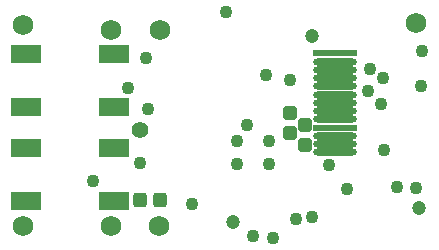
<source format=gts>
G04 Layer_Color=8388736*
%FSLAX44Y44*%
%MOMM*%
G71*
G01*
G75*
G04:AMPARAMS|DCode=35|XSize=1.2032mm|YSize=1.1032mm|CornerRadius=0.2141mm|HoleSize=0mm|Usage=FLASHONLY|Rotation=0.000|XOffset=0mm|YOffset=0mm|HoleType=Round|Shape=RoundedRectangle|*
%AMROUNDEDRECTD35*
21,1,1.2032,0.6750,0,0,0.0*
21,1,0.7750,1.1032,0,0,0.0*
1,1,0.4282,0.3875,-0.3375*
1,1,0.4282,-0.3875,-0.3375*
1,1,0.4282,-0.3875,0.3375*
1,1,0.4282,0.3875,0.3375*
%
%ADD35ROUNDEDRECTD35*%
%ADD36R,2.6032X1.5032*%
G04:AMPARAMS|DCode=37|XSize=1.2032mm|YSize=1.1032mm|CornerRadius=0.2141mm|HoleSize=0mm|Usage=FLASHONLY|Rotation=90.000|XOffset=0mm|YOffset=0mm|HoleType=Round|Shape=RoundedRectangle|*
%AMROUNDEDRECTD37*
21,1,1.2032,0.6750,0,0,90.0*
21,1,0.7750,1.1032,0,0,90.0*
1,1,0.4282,0.3375,0.3875*
1,1,0.4282,0.3375,-0.3875*
1,1,0.4282,-0.3375,-0.3875*
1,1,0.4282,-0.3375,0.3875*
%
%ADD37ROUNDEDRECTD37*%
%ADD38R,3.7032X0.6032*%
%ADD39O,3.7032X0.6032*%
%ADD40C,1.7272*%
%ADD41C,1.2032*%
%ADD42C,1.4032*%
%ADD43C,1.1032*%
D35*
X264000Y110000D02*
D03*
Y93000D02*
D03*
X251000Y120500D02*
D03*
Y103500D02*
D03*
D36*
X102500Y125500D02*
D03*
Y170500D02*
D03*
X27500D02*
D03*
Y125500D02*
D03*
Y90500D02*
D03*
Y45500D02*
D03*
X102500D02*
D03*
Y90500D02*
D03*
D37*
X141500Y47000D02*
D03*
X124500D02*
D03*
D38*
X289000Y171000D02*
D03*
Y108000D02*
D03*
D39*
Y164000D02*
D03*
Y157000D02*
D03*
Y150000D02*
D03*
Y143000D02*
D03*
Y136000D02*
D03*
Y129000D02*
D03*
Y122000D02*
D03*
Y115000D02*
D03*
Y101000D02*
D03*
Y94000D02*
D03*
Y87000D02*
D03*
D40*
X358000Y197000D02*
D03*
X100000Y191000D02*
D03*
X141000D02*
D03*
X25000Y195000D02*
D03*
Y25000D02*
D03*
X100000D02*
D03*
X140000D02*
D03*
D41*
X270000Y186000D02*
D03*
X360000Y40000D02*
D03*
X203000Y28000D02*
D03*
D42*
X124000Y106000D02*
D03*
D43*
X317314Y138686D02*
D03*
X231000Y153000D02*
D03*
X319000Y158000D02*
D03*
X330000Y149686D02*
D03*
X131000Y124000D02*
D03*
X114000Y142000D02*
D03*
X327999Y128000D02*
D03*
X331000Y89000D02*
D03*
X362000Y143000D02*
D03*
X363000Y173000D02*
D03*
X168000Y43000D02*
D03*
X84000Y63000D02*
D03*
X124000Y78000D02*
D03*
X342000Y58000D02*
D03*
X358000Y57000D02*
D03*
X129000Y167000D02*
D03*
X299000Y56000D02*
D03*
X270000Y32000D02*
D03*
X237000Y15000D02*
D03*
X220000Y16000D02*
D03*
X256000Y31000D02*
D03*
X197000Y206000D02*
D03*
X206000Y97000D02*
D03*
Y77000D02*
D03*
X233000D02*
D03*
Y97000D02*
D03*
X251000Y148500D02*
D03*
X215000Y110000D02*
D03*
X284000Y76000D02*
D03*
M02*

</source>
